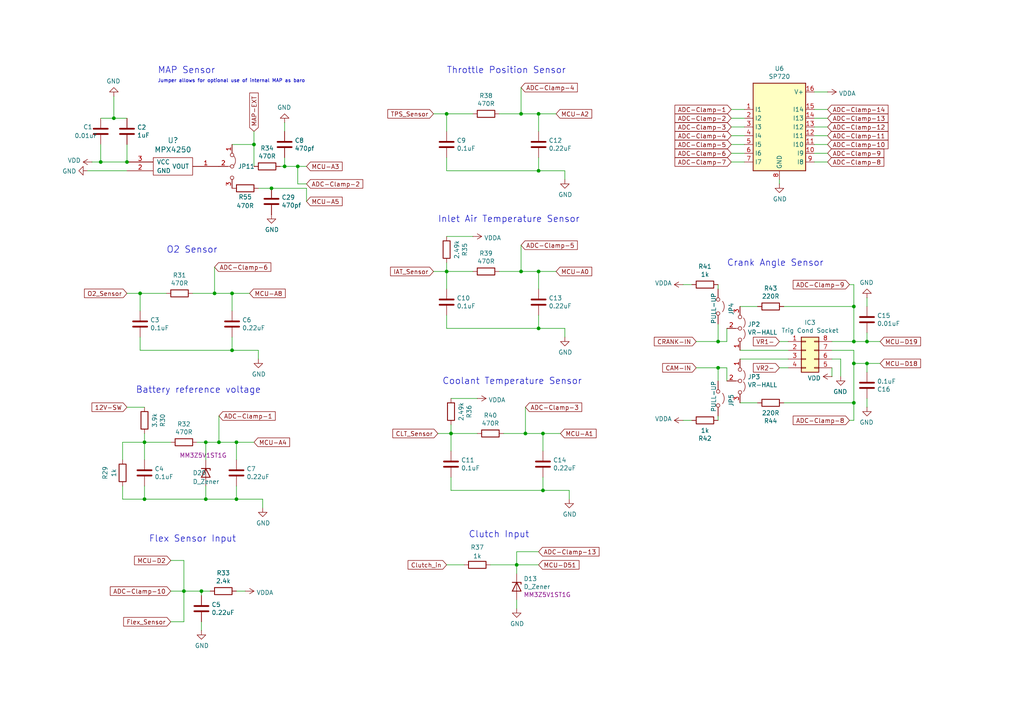
<source format=kicad_sch>
(kicad_sch (version 20250114) (generator "eeschema") (generator_version "9.0")
  (paper "A4")
  (title_block (title "0.4") (date "2021-03-27") (rev "4d") (company "Speeduino"))
  (lib_symbols
    (symbol "Connector_Generic:Conn_02x04_Counter_Clockwise" (pin_names (offset 1.016) (hide yes))
      (property "Reference" "J" (at 1.27 5.08 0))
      (property "Value" "Conn_02x04_Counter_Clockwise" (at 1.27 -7.62 0))
      (symbol "Conn_02x04_Counter_Clockwise_1_1"
        (rectangle (start -1.27 3.81) (end 3.81 -6.35) (stroke (width 0.254)) (fill (type background)))
        (rectangle (start -1.27 2.667) (end 0 2.413) (stroke (width 0.1524)))
        (rectangle (start -1.27 0.127) (end 0 -0.127) (stroke (width 0.1524)))
        (rectangle (start -1.27 -2.413) (end 0 -2.667) (stroke (width 0.1524)))
        (rectangle (start -1.27 -4.953) (end 0 -5.207) (stroke (width 0.1524)))
        (rectangle (start 3.81 2.667) (end 2.54 2.413) (stroke (width 0.1524)))
        (rectangle (start 3.81 0.127) (end 2.54 -0.127) (stroke (width 0.1524)))
        (rectangle (start 3.81 -2.413) (end 2.54 -2.667) (stroke (width 0.1524)))
        (rectangle (start 3.81 -4.953) (end 2.54 -5.207) (stroke (width 0.1524)))
        (pin passive line (at -5.08 2.54 0) (length 3.81) (name "Pin_1") (number "1"))
        (pin passive line (at -5.08 0 0) (length 3.81) (name "Pin_2") (number "2"))
        (pin passive line (at -5.08 -2.54 0) (length 3.81) (name "Pin_3") (number "3"))
        (pin passive line (at -5.08 -5.08 0) (length 3.81) (name "Pin_4") (number "4"))
        (pin passive line (at 7.62 2.54 180) (length 3.81) (name "Pin_8") (number "8"))
        (pin passive line (at 7.62 0 180) (length 3.81) (name "Pin_7") (number "7"))
        (pin passive line (at 7.62 -2.54 180) (length 3.81) (name "Pin_6") (number "6"))
        (pin passive line (at 7.62 -5.08 180) (length 3.81) (name "Pin_5") (number "5"))
      )
    )
    (symbol "Device:C" (pin_numbers (hide yes)) (pin_names (offset 0.254))
      (property "Reference" "C" (at 0.635 2.54 0))
      (property "Value" "C" (at 0.635 -2.54 0))
      (symbol "C_0_1"
        (polyline (pts (xy -2.032 0.762) (xy 2.032 0.762)) (stroke (width 0.508)))
        (polyline (pts (xy -2.032 -0.762) (xy 2.032 -0.762)) (stroke (width 0.508)))
      )
      (symbol "C_1_1"
        (pin passive line (at 0 3.81 270) (length 2.794) (name "~") (number "1"))
        (pin passive line (at 0 -3.81 90) (length 2.794) (name "~") (number "2"))
      )
    )
    (symbol "Device:D_Zener" (pin_numbers (hide yes)) (pin_names (offset 1.016) (hide yes))
      (property "Reference" "D" (at 0 2.54 0))
      (property "Value" "D_Zener" (at 0 -2.54 0))
      (symbol "D_Zener_0_1"
        (polyline (pts (xy -1.27 -1.27) (xy -1.27 1.27) (xy -0.762 1.27)) (stroke (width 0.254)))
        (polyline (pts (xy 1.27 0) (xy -1.27 0)))
        (polyline (pts (xy 1.27 -1.27) (xy 1.27 1.27) (xy -1.27 0) (xy 1.27 -1.27)) (stroke (width 0.254)))
      )
      (symbol "D_Zener_1_1"
        (pin passive line (at -3.81 0 0) (length 2.54) (name "K") (number "1"))
        (pin passive line (at 3.81 0 180) (length 2.54) (name "A") (number "2"))
      )
    )
    (symbol "Device:R" (pin_numbers (hide yes)) (pin_names (offset 0))
      (property "Reference" "R" (at 2.032 0 90))
      (property "Value" "R" (at 0 0 90))
      (symbol "R_0_1"
        (rectangle (start -1.016 -2.54) (end 1.016 2.54) (stroke (width 0.254)))
      )
      (symbol "R_1_1"
        (pin passive line (at 0 3.81 270) (length 1.27) (name "~") (number "1"))
        (pin passive line (at 0 -3.81 90) (length 1.27) (name "~") (number "2"))
      )
    )
    (symbol "IC_Automotive:SP720"
      (property "Reference" "U" (at 0 15.875 0))
      (property "Value" "SP720" (at 0 13.97 0))
      (symbol "SP720_0_1"
        (rectangle (start -7.62 -12.7) (end 7.62 12.7) (stroke (width 0.254)) (fill (type background)))
      )
      (symbol "SP720_1_1"
        (pin input line (at -10.16 5.08 0) (length 2.54) (name "I1") (number "1"))
        (pin input line (at -10.16 2.54 0) (length 2.54) (name "I2") (number "2"))
        (pin input line (at -10.16 0 0) (length 2.54) (name "I3") (number "3"))
        (pin input line (at -10.16 -2.54 0) (length 2.54) (name "I4") (number "4"))
        (pin input line (at -10.16 -5.08 0) (length 2.54) (name "I5") (number "5"))
        (pin input line (at -10.16 -7.62 0) (length 2.54) (name "I6") (number "6"))
        (pin input line (at -10.16 -10.16 0) (length 2.54) (name "I7") (number "7"))
        (pin power_in line (at 0 -15.24 90) (length 2.54) (name "GND") (number "8"))
        (pin power_in line (at 10.16 10.16 180) (length 2.54) (name "V+") (number "16"))
        (pin input line (at 10.16 5.08 180) (length 2.54) (name "I14") (number "15"))
        (pin open_collector line (at 10.16 2.54 180) (length 2.54) (name "I13") (number "14"))
        (pin input line (at 10.16 0 180) (length 2.54) (name "I12") (number "13"))
        (pin input line (at 10.16 -2.54 180) (length 2.54) (name "I11") (number "12"))
        (pin input line (at 10.16 -5.08 180) (length 2.54) (name "I10") (number "11"))
        (pin input line (at 10.16 -7.62 180) (length 2.54) (name "I9") (number "10"))
        (pin input line (at 10.16 -10.16 180) (length 2.54) (name "I8") (number "9"))
      )
    )
    (symbol "Jumper:Jumper_2_Open" (pin_numbers (hide yes)) (pin_names (offset 0) (hide yes)) (exclude_from_sim yes)
      (property "Reference" "JP" (at 0 2.794 0))
      (property "Value" "Jumper_2_Open" (at 0 -2.286 0))
      (symbol "Jumper_2_Open_0_0"
        (circle (center -2.032 0) (radius 0.508))
        (circle (center 2.032 0) (radius 0.508))
      )
      (symbol "Jumper_2_Open_0_1"
        (arc (start -1.524 1.27) (mid 0 1.778) (end 1.524 1.27))
      )
      (symbol "Jumper_2_Open_1_1"
        (pin passive line (at -5.08 0 0) (length 2.54) (name "A") (number "1"))
        (pin passive line (at 5.08 0 180) (length 2.54) (name "B") (number "2"))
      )
    )
    (symbol "Jumper:Jumper_3_Bridged12" (pin_names (offset 0) (hide yes)) (exclude_from_sim yes) (in_bom no)
      (property "Reference" "JP" (at -2.54 -2.54 0))
      (property "Value" "Jumper_3_Bridged12" (at 0 2.794 0))
      (symbol "Jumper_3_Bridged12_0_0"
        (circle (center -3.302 0) (radius 0.508))
        (circle (center 0 0) (radius 0.508))
        (circle (center 3.302 0) (radius 0.508))
      )
      (symbol "Jumper_3_Bridged12_0_1"
        (arc (start -3.048 0.508) (mid -1.651 0.9912) (end -0.254 0.508))
        (polyline (pts (xy 0 -1.27) (xy 0 -0.508)))
      )
      (symbol "Jumper_3_Bridged12_1_1"
        (pin passive line (at -6.35 0 0) (length 2.54) (name "A") (number "1"))
        (pin passive line (at 0 -3.81 90) (length 2.54) (name "C") (number "2"))
        (pin passive line (at 6.35 0 180) (length 2.54) (name "B") (number "3"))
      )
    )
    (symbol "Jumper:Jumper_3_Open" (pin_names (offset 0) (hide yes)) (exclude_from_sim yes) (in_bom no)
      (property "Reference" "JP" (at -2.54 -2.54 0))
      (property "Value" "Jumper_3_Open" (at 0 2.794 0))
      (symbol "Jumper_3_Open_0_0"
        (circle (center -3.302 0) (radius 0.508))
        (circle (center 0 0) (radius 0.508))
        (circle (center 3.302 0) (radius 0.508))
      )
      (symbol "Jumper_3_Open_0_1"
        (arc (start -3.048 1.016) (mid -1.651 1.4992) (end -0.254 1.016))
        (polyline (pts (xy 0 -0.508) (xy 0 -1.27)))
        (arc (start 0.254 1.016) (mid 1.651 1.4992) (end 3.048 1.016))
      )
      (symbol "Jumper_3_Open_1_1"
        (pin passive line (at -6.35 0 0) (length 2.54) (name "A") (number "1"))
        (pin passive line (at 0 -3.81 90) (length 2.54) (name "C") (number "2"))
        (pin passive line (at 6.35 0 180) (length 2.54) (name "B") (number "3"))
      )
    )
    (symbol "Misc:MPX4250" (pin_names (offset 1.016))
      (property "Reference" "U" (at 3.81 -3.81 0))
      (property "Value" "MPX4250" (at -1.27 3.81 0))
      (symbol "MPX4250_0_1"
        (rectangle (start -6.35 2.54) (end 5.08 -2.54))
      )
      (symbol "MPX4250_1_1"
        (pin power_in line (at -13.97 1.27 0) (length 7.62) (name "VCC") (number "3"))
        (pin power_in line (at -13.97 -1.27 0) (length 7.62) (name "GND") (number "2"))
        (pin output line (at 12.7 0 180) (length 7.62) (name "VOUT") (number "1"))
      )
    )
    (symbol "power:GND" (power) (pin_numbers (hide yes)) (pin_names (offset 0) (hide yes))
      (property "Value" "GND" (at 0 -3.81 0))
      (symbol "GND_0_1"
        (polyline (pts (xy 0 0) (xy 0 -1.27) (xy 1.27 -1.27) (xy 0 -2.54) (xy -1.27 -1.27) (xy 0 -1.27)))
      )
      (symbol "GND_1_1"
        (pin power_in line (at 0 0 270) (length 0) (name "~") (number "1"))
      )
    )
    (symbol "power:VDD" (power) (pin_numbers (hide yes)) (pin_names (offset 0) (hide yes))
      (property "Value" "VDD" (at 0 3.556 0))
      (symbol "VDD_0_1"
        (polyline (pts (xy -0.762 1.27) (xy 0 2.54)))
        (polyline (pts (xy 0 2.54) (xy 0.762 1.27)))
        (polyline (pts (xy 0 0) (xy 0 2.54)))
      )
      (symbol "VDD_1_1"
        (pin power_in line (at 0 0 90) (length 0) (name "~") (number "1"))
      )
    )
    (symbol "power:VDDA" (power) (pin_numbers (hide yes)) (pin_names (offset 0) (hide yes))
      (property "Value" "VDDA" (at 0 3.556 0))
      (symbol "VDDA_0_1"
        (polyline (pts (xy -0.762 1.27) (xy 0 2.54)))
        (polyline (pts (xy 0 2.54) (xy 0.762 1.27)))
        (polyline (pts (xy 0 0) (xy 0 2.54)))
      )
      (symbol "VDDA_1_1"
        (pin power_in line (at 0 0 90) (length 0) (name "~") (number "1"))
      )
    )
  )
  (text "Jumper allows for optional use of internal MAP as baro" (at 45.72 24.13 0) (effects (font (size 0.9906 0.9906)) (justify left bottom)))
  (text "Crank Angle Sensor" (at 210.82 77.47 0) (effects (font (size 1.8796 1.8796)) (justify left bottom)))
  (text "Battery reference voltage" (at 39.37 114.3 0) (effects (font (size 1.8796 1.8796)) (justify left bottom)))
  (text "O2 Sensor" (at 48.26 73.66 0) (effects (font (size 1.8796 1.8796)) (justify left bottom)))
  (text "Inlet Air Temperature Sensor" (at 127 64.77 0) (effects (font (size 1.8796 1.8796)) (justify left bottom)))
  (text "Throttle Position Sensor" (at 129.54 21.59 0) (effects (font (size 1.8796 1.8796)) (justify left bottom)))
  (text "Flex Sensor Input" (at 43.18 157.48 0) (effects (font (size 1.8796 1.8796)) (justify left bottom)))
  (text "Clutch Input" (at 135.89 156.21 0) (effects (font (size 1.8796 1.8796)) (justify left bottom)))
  (text "MAP Sensor" (at 45.72 21.59 0) (effects (font (size 1.8796 1.8796)) (justify left bottom)))
  (text "Coolant Temperature Sensor" (at 128.27 111.76 0) (effects (font (size 1.8796 1.8796)) (justify left bottom)))
  (junction (at 129.54 78.74))
  (junction (at 62.23 85.09))
  (junction (at 67.31 101.6))
  (junction (at 149.86 163.83))
  (junction (at 68.58 144.78))
  (junction (at 53.34 171.45))
  (junction (at 151.13 33.02))
  (junction (at 208.28 106.68))
  (junction (at 82.55 48.26))
  (junction (at 156.21 78.74))
  (junction (at 36.83 46.99))
  (junction (at 73.66 41.91))
  (junction (at 129.54 33.02))
  (junction (at 33.02 34.29))
  (junction (at 247.65 88.9))
  (junction (at 247.65 116.84))
  (junction (at 247.65 105.41))
  (junction (at 68.58 128.27))
  (junction (at 67.31 85.09))
  (junction (at 157.48 125.73))
  (junction (at 156.21 49.53))
  (junction (at 41.91 144.78))
  (junction (at 251.46 99.06))
  (junction (at 130.81 125.73))
  (junction (at 247.65 99.06))
  (junction (at 208.28 99.06))
  (junction (at 40.64 85.09))
  (junction (at 41.91 128.27))
  (junction (at 86.36 48.26))
  (junction (at 59.69 128.27))
  (junction (at 151.13 78.74))
  (junction (at 152.4 125.73))
  (junction (at 78.74 54.61))
  (junction (at 251.46 105.41))
  (junction (at 58.42 171.45))
  (junction (at 63.5 128.27))
  (junction (at 29.21 46.99))
  (junction (at 157.48 142.24))
  (junction (at 156.21 95.25))
  (junction (at 59.69 144.78))
  (junction (at 156.21 33.02))
  (wire (pts (xy 149.86 160.02) (xy 149.86 163.83)))
  (wire (pts (xy 67.31 41.91) (xy 73.66 41.91)))
  (wire (pts (xy 41.91 133.35) (xy 41.91 128.27)))
  (wire (pts (xy 251.46 105.41) (xy 251.46 107.95)))
  (wire (pts (xy 74.93 101.6) (xy 74.93 104.14)))
  (wire (pts (xy 152.4 125.73) (xy 157.48 125.73)))
  (wire (pts (xy 156.21 160.02) (xy 149.86 160.02)))
  (wire (pts (xy 165.1 142.24) (xy 165.1 144.78)))
  (wire (pts (xy 152.4 118.11) (xy 152.4 125.73)))
  (wire (pts (xy 212.09 46.99) (xy 215.9 46.99)))
  (wire (pts (xy 246.38 121.92) (xy 247.65 121.92)))
  (wire (pts (xy 35.56 140.97) (xy 35.56 144.78)))
  (wire (pts (xy 146.05 125.73) (xy 152.4 125.73)))
  (wire (pts (xy 29.21 46.99) (xy 36.83 46.99)))
  (wire (pts (xy 255.27 105.41) (xy 251.46 105.41)))
  (wire (pts (xy 63.5 128.27) (xy 68.58 128.27)))
  (wire (pts (xy 68.58 128.27) (xy 68.58 133.35)))
  (wire (pts (xy 67.31 85.09) (xy 67.31 90.17)))
  (wire (pts (xy 35.56 128.27) (xy 41.91 128.27)))
  (wire (pts (xy 144.78 33.02) (xy 151.13 33.02)))
  (wire (pts (xy 251.46 86.36) (xy 251.46 88.9)))
  (wire (pts (xy 247.65 121.92) (xy 247.65 116.84)))
  (wire (pts (xy 33.02 34.29) (xy 33.02 27.94)))
  (wire (pts (xy 63.5 120.65) (xy 63.5 128.27)))
  (wire (pts (xy 236.22 34.29) (xy 240.03 34.29)))
  (wire (pts (xy 198.12 121.92) (xy 200.66 121.92)))
  (wire (pts (xy 88.9 54.61) (xy 78.74 54.61)))
  (wire (pts (xy 58.42 182.88) (xy 58.42 180.34)))
  (wire (pts (xy 81.28 48.26) (xy 82.55 48.26)))
  (wire (pts (xy 35.56 133.35) (xy 35.56 128.27)))
  (wire (pts (xy 251.46 118.11) (xy 251.46 115.57)))
  (wire (pts (xy 129.54 76.2) (xy 129.54 78.74)))
  (wire (pts (xy 41.91 128.27) (xy 49.53 128.27)))
  (wire (pts (xy 130.81 125.73) (xy 138.43 125.73)))
  (wire (pts (xy 86.36 48.26) (xy 88.9 48.26)))
  (wire (pts (xy 49.53 180.34) (xy 53.34 180.34)))
  (wire (pts (xy 247.65 99.06) (xy 251.46 99.06)))
  (wire (pts (xy 53.34 171.45) (xy 49.53 171.45)))
  (wire (pts (xy 151.13 71.12) (xy 151.13 78.74)))
  (wire (pts (xy 247.65 88.9) (xy 247.65 99.06)))
  (wire (pts (xy 247.65 82.55) (xy 247.65 88.9)))
  (wire (pts (xy 144.78 78.74) (xy 151.13 78.74)))
  (wire (pts (xy 215.9 39.37) (xy 212.09 39.37)))
  (wire (pts (xy 129.54 49.53) (xy 156.21 49.53)))
  (wire (pts (xy 236.22 39.37) (xy 240.03 39.37)))
  (wire (pts (xy 58.42 172.72) (xy 58.42 171.45)))
  (wire (pts (xy 62.23 85.09) (xy 67.31 85.09)))
  (wire (pts (xy 251.46 99.06) (xy 251.46 96.52)))
  (wire (pts (xy 129.54 163.83) (xy 134.62 163.83)))
  (wire (pts (xy 129.54 33.02) (xy 137.16 33.02)))
  (wire (pts (xy 210.82 99.06) (xy 210.82 95.25)))
  (wire (pts (xy 59.69 128.27) (xy 63.5 128.27)))
  (wire (pts (xy 156.21 49.53) (xy 163.83 49.53)))
  (wire (pts (xy 240.03 36.83) (xy 236.22 36.83)))
  (wire (pts (xy 60.96 171.45) (xy 58.42 171.45)))
  (wire (pts (xy 247.65 101.6) (xy 241.3 101.6)))
  (wire (pts (xy 40.64 90.17) (xy 40.64 85.09)))
  (wire (pts (xy 59.69 133.35) (xy 59.69 128.27)))
  (wire (pts (xy 74.93 54.61) (xy 78.74 54.61)))
  (wire (pts (xy 210.82 106.68) (xy 210.82 110.49)))
  (wire (pts (xy 247.65 105.41) (xy 251.46 105.41)))
  (wire (pts (xy 212.09 31.75) (xy 215.9 31.75)))
  (wire (pts (xy 49.53 162.56) (xy 53.34 162.56)))
  (wire (pts (xy 208.28 120.65) (xy 208.28 121.92)))
  (wire (pts (xy 129.54 45.72) (xy 129.54 49.53)))
  (wire (pts (xy 236.22 44.45) (xy 240.03 44.45)))
  (wire (pts (xy 36.83 46.99) (xy 36.83 41.91)))
  (wire (pts (xy 214.63 104.14) (xy 228.6 104.14)))
  (wire (pts (xy 129.54 38.1) (xy 129.54 33.02)))
  (wire (pts (xy 29.21 34.29) (xy 33.02 34.29)))
  (wire (pts (xy 82.55 48.26) (xy 82.55 45.72)))
  (wire (pts (xy 240.03 46.99) (xy 236.22 46.99)))
  (wire (pts (xy 208.28 99.06) (xy 210.82 99.06)))
  (wire (pts (xy 163.83 95.25) (xy 163.83 97.79)))
  (wire (pts (xy 73.66 38.1) (xy 73.66 41.91)))
  (wire (pts (xy 130.81 138.43) (xy 130.81 142.24)))
  (wire (pts (xy 127 125.73) (xy 130.81 125.73)))
  (wire (pts (xy 67.31 97.79) (xy 67.31 101.6)))
  (wire (pts (xy 243.84 104.14) (xy 243.84 109.22)))
  (wire (pts (xy 137.16 68.58) (xy 129.54 68.58)))
  (wire (pts (xy 215.9 44.45) (xy 212.09 44.45)))
  (wire (pts (xy 201.93 106.68) (xy 208.28 106.68)))
  (wire (pts (xy 129.54 78.74) (xy 137.16 78.74)))
  (wire (pts (xy 208.28 110.49) (xy 208.28 106.68)))
  (wire (pts (xy 240.03 26.67) (xy 236.22 26.67)))
  (wire (pts (xy 247.65 116.84) (xy 247.65 105.41)))
  (wire (pts (xy 156.21 78.74) (xy 156.21 83.82)))
  (wire (pts (xy 25.4 49.53) (xy 36.83 49.53)))
  (wire (pts (xy 156.21 33.02) (xy 156.21 38.1)))
  (wire (pts (xy 130.81 142.24) (xy 157.48 142.24)))
  (wire (pts (xy 241.3 99.06) (xy 247.65 99.06)))
  (wire (pts (xy 58.42 171.45) (xy 53.34 171.45)))
  (wire (pts (xy 86.36 53.34) (xy 86.36 48.26)))
  (wire (pts (xy 33.02 34.29) (xy 36.83 34.29)))
  (wire (pts (xy 82.55 48.26) (xy 86.36 48.26)))
  (wire (pts (xy 161.29 78.74) (xy 156.21 78.74)))
  (wire (pts (xy 130.81 130.81) (xy 130.81 125.73)))
  (wire (pts (xy 41.91 125.73) (xy 41.91 128.27)))
  (wire (pts (xy 157.48 125.73) (xy 157.48 130.81)))
  (wire (pts (xy 35.56 144.78) (xy 41.91 144.78)))
  (wire (pts (xy 241.3 106.68) (xy 241.3 109.22)))
  (wire (pts (xy 129.54 95.25) (xy 156.21 95.25)))
  (wire (pts (xy 40.64 97.79) (xy 40.64 101.6)))
  (wire (pts (xy 41.91 144.78) (xy 59.69 144.78)))
  (wire (pts (xy 156.21 91.44) (xy 156.21 95.25)))
  (wire (pts (xy 59.69 140.97) (xy 59.69 144.78)))
  (wire (pts (xy 226.06 99.06) (xy 228.6 99.06)))
  (wire (pts (xy 226.06 106.68) (xy 228.6 106.68)))
  (wire (pts (xy 151.13 78.74) (xy 156.21 78.74)))
  (wire (pts (xy 138.43 115.57) (xy 130.81 115.57)))
  (wire (pts (xy 130.81 123.19) (xy 130.81 125.73)))
  (wire (pts (xy 214.63 88.9) (xy 219.71 88.9)))
  (wire (pts (xy 219.71 116.84) (xy 214.63 116.84)))
  (wire (pts (xy 40.64 85.09) (xy 48.26 85.09)))
  (wire (pts (xy 226.06 53.34) (xy 226.06 52.07)))
  (wire (pts (xy 246.38 82.55) (xy 247.65 82.55)))
  (wire (pts (xy 156.21 45.72) (xy 156.21 49.53)))
  (wire (pts (xy 125.73 78.74) (xy 129.54 78.74)))
  (wire (pts (xy 88.9 53.34) (xy 86.36 53.34)))
  (wire (pts (xy 82.55 38.1) (xy 82.55 35.56)))
  (wire (pts (xy 212.09 41.91) (xy 215.9 41.91)))
  (wire (pts (xy 36.83 85.09) (xy 40.64 85.09)))
  (wire (pts (xy 72.39 85.09) (xy 67.31 85.09)))
  (wire (pts (xy 73.66 41.91) (xy 73.66 48.26)))
  (wire (pts (xy 214.63 101.6) (xy 228.6 101.6)))
  (wire (pts (xy 53.34 162.56) (xy 53.34 171.45)))
  (wire (pts (xy 208.28 93.98) (xy 208.28 99.06)))
  (wire (pts (xy 53.34 180.34) (xy 53.34 171.45)))
  (wire (pts (xy 41.91 140.97) (xy 41.91 144.78)))
  (wire (pts (xy 157.48 138.43) (xy 157.48 142.24)))
  (wire (pts (xy 62.23 77.47) (xy 62.23 85.09)))
  (wire (pts (xy 73.66 128.27) (xy 68.58 128.27)))
  (wire (pts (xy 67.31 101.6) (xy 74.93 101.6)))
  (wire (pts (xy 163.83 49.53) (xy 163.83 52.07)))
  (wire (pts (xy 151.13 33.02) (xy 156.21 33.02)))
  (wire (pts (xy 241.3 104.14) (xy 243.84 104.14)))
  (wire (pts (xy 227.33 88.9) (xy 247.65 88.9)))
  (wire (pts (xy 161.29 33.02) (xy 156.21 33.02)))
  (wire (pts (xy 29.21 46.99) (xy 29.21 41.91)))
  (wire (pts (xy 55.88 85.09) (xy 62.23 85.09)))
  (wire (pts (xy 57.15 128.27) (xy 59.69 128.27)))
  (wire (pts (xy 149.86 176.53) (xy 149.86 173.99)))
  (wire (pts (xy 149.86 166.37) (xy 149.86 163.83)))
  (wire (pts (xy 247.65 105.41) (xy 247.65 101.6)))
  (wire (pts (xy 36.83 118.11) (xy 41.91 118.11)))
  (wire (pts (xy 149.86 163.83) (xy 156.21 163.83)))
  (wire (pts (xy 208.28 82.55) (xy 208.28 83.82)))
  (wire (pts (xy 59.69 144.78) (xy 68.58 144.78)))
  (wire (pts (xy 76.2 144.78) (xy 76.2 147.32)))
  (wire (pts (xy 208.28 106.68) (xy 210.82 106.68)))
  (wire (pts (xy 68.58 144.78) (xy 76.2 144.78)))
  (wire (pts (xy 40.64 101.6) (xy 67.31 101.6)))
  (wire (pts (xy 215.9 34.29) (xy 212.09 34.29)))
  (wire (pts (xy 162.56 125.73) (xy 157.48 125.73)))
  (wire (pts (xy 142.24 163.83) (xy 149.86 163.83)))
  (wire (pts (xy 151.13 25.4) (xy 151.13 33.02)))
  (wire (pts (xy 240.03 31.75) (xy 236.22 31.75)))
  (wire (pts (xy 198.12 82.55) (xy 200.66 82.55)))
  (wire (pts (xy 68.58 171.45) (xy 71.12 171.45)))
  (wire (pts (xy 68.58 140.97) (xy 68.58 144.78)))
  (wire (pts (xy 201.93 99.06) (xy 208.28 99.06)))
  (wire (pts (xy 88.9 58.42) (xy 88.9 54.61)))
  (wire (pts (xy 227.33 116.84) (xy 247.65 116.84)))
  (wire (pts (xy 156.21 95.25) (xy 163.83 95.25)))
  (wire (pts (xy 129.54 91.44) (xy 129.54 95.25)))
  (wire (pts (xy 157.48 142.24) (xy 165.1 142.24)))
  (wire (pts (xy 240.03 41.91) (xy 236.22 41.91)))
  (wire (pts (xy 255.27 99.06) (xy 251.46 99.06)))
  (wire (pts (xy 125.73 33.02) (xy 129.54 33.02)))
  (wire (pts (xy 26.67 46.99) (xy 29.21 46.99)))
  (wire (pts (xy 129.54 83.82) (xy 129.54 78.74)))
  (wire (pts (xy 212.09 36.83) (xy 215.9 36.83)))
  (global_label "MCU-A8" (shape input) (at 72.39 85.09 0) (property "Intersheetrefs" "${INTERSHEET_REFS}" (effects (hide yes))))
  (global_label "ADC-Clamp-6" (shape input) (at 62.23 77.47 0) (property "Intersheetrefs" "${INTERSHEET_REFS}" (effects (hide yes))))
  (global_label "ADC-Clamp-1" (shape input) (at 212.09 31.75 180) (property "Intersheetrefs" "${INTERSHEET_REFS}" (effects (hide yes))))
  (global_label "Clutch_in" (shape input) (at 129.54 163.83 180) (property "Intersheetrefs" "${INTERSHEET_REFS}" (effects (hide yes))))
  (global_label "ADC-Clamp-10" (shape input) (at 49.53 171.45 180) (property "Intersheetrefs" "${INTERSHEET_REFS}" (effects (hide yes))))
  (global_label "ADC-Clamp-8" (shape input) (at 246.38 121.92 180) (property "Intersheetrefs" "${INTERSHEET_REFS}" (effects (hide yes))))
  (global_label "ADC-Clamp-13" (shape input) (at 240.03 34.29 0) (property "Intersheetrefs" "${INTERSHEET_REFS}" (effects (hide yes))))
  (global_label "MCU-A1" (shape input) (at 162.56 125.73 0) (property "Intersheetrefs" "${INTERSHEET_REFS}" (effects (hide yes))))
  (global_label "MAP-EXT" (shape input) (at 73.66 38.1 90) (property "Intersheetrefs" "${INTERSHEET_REFS}" (effects (hide yes))))
  (global_label "ADC-Clamp-2" (shape input) (at 88.9 53.34 0) (property "Intersheetrefs" "${INTERSHEET_REFS}" (effects (hide yes))))
  (global_label "VR1-" (shape input) (at 226.06 99.06 180) (property "Intersheetrefs" "${INTERSHEET_REFS}" (effects (hide yes))))
  (global_label "ADC-Clamp-3" (shape input) (at 212.09 36.83 180) (property "Intersheetrefs" "${INTERSHEET_REFS}" (effects (hide yes))))
  (global_label "MCU-D51" (shape input) (at 156.21 163.83 0) (property "Intersheetrefs" "${INTERSHEET_REFS}" (effects (hide yes))))
  (global_label "ADC-Clamp-1" (shape input) (at 63.5 120.65 0) (property "Intersheetrefs" "${INTERSHEET_REFS}" (effects (hide yes))))
  (global_label "ADC-Clamp-3" (shape input) (at 152.4 118.11 0) (property "Intersheetrefs" "${INTERSHEET_REFS}" (effects (hide yes))))
  (global_label "Flex_Sensor" (shape input) (at 49.53 180.34 180) (property "Intersheetrefs" "${INTERSHEET_REFS}" (effects (hide yes))))
  (global_label "ADC-Clamp-4" (shape input) (at 212.09 39.37 180) (property "Intersheetrefs" "${INTERSHEET_REFS}" (effects (hide yes))))
  (global_label "MCU-A3" (shape input) (at 88.9 48.26 0) (property "Intersheetrefs" "${INTERSHEET_REFS}" (effects (hide yes))))
  (global_label "TPS_Sensor" (shape input) (at 125.73 33.02 180) (property "Intersheetrefs" "${INTERSHEET_REFS}" (effects (hide yes))))
  (global_label "MCU-D2" (shape input) (at 49.53 162.56 180) (property "Intersheetrefs" "${INTERSHEET_REFS}" (effects (hide yes))))
  (global_label "ADC-Clamp-8" (shape input) (at 240.03 46.99 0) (property "Intersheetrefs" "${INTERSHEET_REFS}" (effects (hide yes))))
  (global_label "IAT_Sensor" (shape input) (at 125.73 78.74 180) (property "Intersheetrefs" "${INTERSHEET_REFS}" (effects (hide yes))))
  (global_label "MCU-A4" (shape input) (at 73.66 128.27 0) (property "Intersheetrefs" "${INTERSHEET_REFS}" (effects (hide yes))))
  (global_label "ADC-Clamp-5" (shape input) (at 212.09 41.91 180) (property "Intersheetrefs" "${INTERSHEET_REFS}" (effects (hide yes))))
  (global_label "MCU-A2" (shape input) (at 161.29 33.02 0) (property "Intersheetrefs" "${INTERSHEET_REFS}" (effects (hide yes))))
  (global_label "MCU-D18" (shape input) (at 255.27 105.41 0) (property "Intersheetrefs" "${INTERSHEET_REFS}" (effects (hide yes))))
  (global_label "ADC-Clamp-7" (shape input) (at 212.09 46.99 180) (property "Intersheetrefs" "${INTERSHEET_REFS}" (effects (hide yes))))
  (global_label "ADC-Clamp-13" (shape input) (at 156.21 160.02 0) (property "Intersheetrefs" "${INTERSHEET_REFS}" (effects (hide yes))))
  (global_label "ADC-Clamp-10" (shape input) (at 240.03 41.91 0) (property "Intersheetrefs" "${INTERSHEET_REFS}" (effects (hide yes))))
  (global_label "ADC-Clamp-14" (shape input) (at 240.03 31.75 0) (property "Intersheetrefs" "${INTERSHEET_REFS}" (effects (hide yes))))
  (global_label "ADC-Clamp-9" (shape input) (at 246.38 82.55 180) (property "Intersheetrefs" "${INTERSHEET_REFS}" (effects (hide yes))))
  (global_label "ADC-Clamp-9" (shape input) (at 240.03 44.45 0) (property "Intersheetrefs" "${INTERSHEET_REFS}" (effects (hide yes))))
  (global_label "MCU-A5" (shape input) (at 88.9 58.42 0) (property "Intersheetrefs" "${INTERSHEET_REFS}" (effects (hide yes))))
  (global_label "MCU-D19" (shape input) (at 255.27 99.06 0) (property "Intersheetrefs" "${INTERSHEET_REFS}" (effects (hide yes))))
  (global_label "O2_Sensor" (shape input) (at 36.83 85.09 180) (property "Intersheetrefs" "${INTERSHEET_REFS}" (effects (hide yes))))
  (global_label "ADC-Clamp-2" (shape input) (at 212.09 34.29 180) (property "Intersheetrefs" "${INTERSHEET_REFS}" (effects (hide yes))))
  (global_label "ADC-Clamp-11" (shape input) (at 240.03 39.37 0) (property "Intersheetrefs" "${INTERSHEET_REFS}" (effects (hide yes))))
  (global_label "CLT_Sensor" (shape input) (at 127 125.73 180) (property "Intersheetrefs" "${INTERSHEET_REFS}" (effects (hide yes))))
  (global_label "VR2-" (shape input) (at 226.06 106.68 180) (property "Intersheetrefs" "${INTERSHEET_REFS}" (effects (hide yes))))
  (global_label "CRANK-IN" (shape input) (at 201.93 99.06 180) (property "Intersheetrefs" "${INTERSHEET_REFS}" (effects (hide yes))))
  (global_label "ADC-Clamp-12" (shape input) (at 240.03 36.83 0) (property "Intersheetrefs" "${INTERSHEET_REFS}" (effects (hide yes))))
  (global_label "ADC-Clamp-6" (shape input) (at 212.09 44.45 180) (property "Intersheetrefs" "${INTERSHEET_REFS}" (effects (hide yes))))
  (global_label "12V-SW" (shape input) (at 36.83 118.11 180) (property "Intersheetrefs" "${INTERSHEET_REFS}" (effects (hide yes))))
  (global_label "ADC-Clamp-5" (shape input) (at 151.13 71.12 0) (property "Intersheetrefs" "${INTERSHEET_REFS}" (effects (hide yes))))
  (global_label "ADC-Clamp-4" (shape input) (at 151.13 25.4 0) (property "Intersheetrefs" "${INTERSHEET_REFS}" (effects (hide yes))))
  (global_label "MCU-A0" (shape input) (at 161.29 78.74 0) (property "Intersheetrefs" "${INTERSHEET_REFS}" (effects (hide yes))))
  (global_label "CAM-IN" (shape input) (at 201.93 106.68 180) (property "Intersheetrefs" "${INTERSHEET_REFS}" (effects (hide yes))))
  (symbol (lib_id "Misc:MPX4250") (at 50.8 48.26 0) (unit 1)
    (property "Reference" "U5" (at 50.165 40.7162 0) (effects (font (size 1.524 1.524))))
    (property "Value" "MPX4250" (at 50.165 43.4086 0) (effects (font (size 1.524 1.524))))
    (property "Footprint" "Misc:MPX4250" (effects (hide yes)))
    (property "Digikey Part Number" "MPX4250AP-ND" (effects (hide yes)))
    (property "Manufacturer_Name" "NXP" (effects (hide yes)))
    (property "Manufacturer_Part_Number" "MPX4250AP" (effects (hide yes)))
    (property "URL" "https://www.digikey.com.au/product-detail/en/nxp-usa-inc/MPX4250AP/MPX4250AP-ND/464053" (effects (hide yes)))
    (instances (project "" (path "" (reference "U?") (unit 1)) (path "" (reference "U5") (unit 1))))
  )
  (symbol (lib_id "power:GND") (at 25.4 49.53 270) (unit 1)
    (property "Reference" "#PWR023" (effects (hide yes)))
    (property "Value" "GND" (at 22.1488 49.657 90) (effects (justify right)))
  )
  (symbol (lib_id "power:GND") (at 82.55 35.56 180) (unit 1)
    (property "Reference" "#PWR029" (effects (hide yes)))
    (property "Value" "GND" (at 82.423 31.1658 0))
  )
  (symbol (lib_id "Device:C") (at 82.55 41.91 0) (unit 1)
    (property "Reference" "C8" (at 85.471 40.7416 0) (effects (justify left)))
    (property "Value" "470pf" (at 85.471 43.053 0) (effects (justify left)))
    (property "Footprint" "Capacitor_SMD:C_0805_2012Metric" (effects (hide yes)))
    (property "Digikey Part Number" "311-1124-1-ND" (effects (hide yes)))
    (property "Manufacturer_Name" "Yageo" (effects (hide yes)))
    (property "Manufacturer_Part_Number" "CC0805KRX7R9BB471" (effects (hide yes)))
    (property "URL" "https://www.digikey.com/product-detail/en/yageo/CC0805KRX7R9BB471/311-1124-1-ND/303034" (effects (hide yes)))
  )
  (symbol (lib_id "Device:R") (at 77.47 48.26 270) (unit 1)
    (property "Reference" "R34" (at 77.47 43.0022 90))
    (property "Value" "470R" (at 77.47 45.3136 90))
    (property "Footprint" "Resistor_SMD:R_0805_2012Metric" (effects (hide yes)))
    (property "Manufacturer_Name" "Panasonic" (effects (hide yes)))
    (property "Manufacturer_Part_Number" "ERJ-6ENF4700V" (effects (hide yes)))
    (property "URL" "https://www.digikey.com/product-detail/en/panasonic-electronic-components/ERJ-6ENF4700V/P470CCT-ND/1746871" (effects (hide yes)))
    (property "Digikey Part Number" "P470CCT-ND" (effects (hide yes)))
  )
  (symbol (lib_id "Device:C") (at 29.21 38.1 0) (unit 1)
    (property "Reference" "C1" (at 24.13 36.83 0) (effects (justify left)))
    (property "Value" "0.01uF" (at 21.59 39.37 0) (effects (justify left)))
    (property "Footprint" "Capacitor_SMD:C_0805_2012Metric" (effects (hide yes)))
    (property "Digikey Part Number" "311-1136-1-ND" (effects (hide yes)))
    (property "Manufacturer_Name" "Yageo" (effects (hide yes)))
    (property "Manufacturer_Part_Number" "CC0805KRX7R9BB103" (effects (hide yes)))
    (property "URL" "https://www.digikey.com/product-detail/en/yageo/CC0805KRX7R9BB103/311-1136-1-ND/303046" (effects (hide yes)))
  )
  (symbol (lib_id "Device:C") (at 36.83 38.1 0) (unit 1)
    (property "Reference" "C2" (at 39.751 36.9316 0) (effects (justify left)))
    (property "Value" "1uF" (at 39.751 39.243 0) (effects (justify left)))
    (property "Footprint" "Capacitor_SMD:C_0805_2012Metric" (effects (hide yes)))
    (property "Digikey Part Number" "311-1365-1-ND" (effects (hide yes)))
    (property "Manufacturer_Name" "Yageo" (effects (hide yes)))
    (property "Manufacturer_Part_Number" "CC0805KKX7R7BB105" (effects (hide yes)))
    (property "URL" "https://www.digikey.com/product-detail/en/yageo/CC0805KKX7R7BB105/311-1365-1-ND/2103149" (effects (hide yes)))
  )
  (symbol (lib_id "power:GND") (at 33.02 27.94 180) (unit 1)
    (property "Reference" "#PWR025" (effects (hide yes)))
    (property "Value" "GND" (at 32.893 23.5458 0))
  )
  (symbol (lib_id "Device:R") (at 223.52 88.9 270) (unit 1)
    (property "Reference" "R43" (at 223.52 83.6422 90))
    (property "Value" "220R" (at 223.52 85.9536 90))
    (property "Footprint" "Resistor_SMD:R_0805_2012Metric" (effects (hide yes)))
    (property "Digikey Part Number" "311-220CRCT-ND" (effects (hide yes)))
    (property "Manufacturer_Name" "Yageo" (effects (hide yes)))
    (property "Manufacturer_Part_Number" "RC0805FR-07220RL" (effects (hide yes)))
    (property "URL" "https://www.digikey.com/product-detail/en/yageo/RC0805FR-07220RL/311-220CRCT-ND/730688" (effects (hide yes)))
  )
  (symbol (lib_id "Device:R") (at 204.47 82.55 270) (unit 1)
    (property "Reference" "R41" (at 204.47 77.2922 90))
    (property "Value" "1k" (at 204.47 79.6036 90))
    (property "Footprint" "Resistor_SMD:R_0805_2012Metric" (effects (hide yes)))
    (property "Digikey Part Number" "311-1.00KCRCT-ND" (effects (hide yes)))
    (property "Manufacturer_Name" "Yageo" (effects (hide yes)))
    (property "Manufacturer_Part_Number" "RC0805FR-071KL" (effects (hide yes)))
    (property "URL" "https://www.digikey.com/product-detail/en/yageo/RC0805FR-071KL/311-1.00KCRCT-ND/730391" (effects (hide yes)))
  )
  (symbol (lib_id "Device:C") (at 251.46 92.71 0) (unit 1)
    (property "Reference" "C15" (at 254.381 91.5416 0) (effects (justify left)))
    (property "Value" "0.01uF" (at 254.381 93.853 0) (effects (justify left)))
    (property "Footprint" "Capacitor_SMD:C_0805_2012Metric" (effects (hide yes)))
    (property "Digikey Part Number" "311-1136-1-ND" (effects (hide yes)))
    (property "Manufacturer_Name" "Yageo" (effects (hide yes)))
    (property "Manufacturer_Part_Number" "CC0805KRX7R9BB103" (effects (hide yes)))
    (property "URL" "https://www.digikey.com/product-detail/en/yageo/CC0805KRX7R9BB103/311-1136-1-ND/303046" (effects (hide yes)))
  )
  (symbol (lib_id "power:GND") (at 251.46 86.36 180) (unit 1)
    (property "Reference" "#PWR040" (effects (hide yes)))
    (property "Value" "GND" (at 251.333 81.9658 0))
  )
  (symbol (lib_id "Device:R") (at 223.52 116.84 270) (mirror x) (unit 1)
    (property "Reference" "R44" (at 223.52 122.0978 90))
    (property "Value" "220R" (at 223.52 119.7864 90))
    (property "Footprint" "Resistor_SMD:R_0805_2012Metric" (effects (hide yes)))
    (property "Digikey Part Number" "311-220CRCT-ND" (effects (hide yes)))
    (property "Manufacturer_Name" "Yageo" (effects (hide yes)))
    (property "Manufacturer_Part_Number" "RC0805FR-07220RL" (effects (hide yes)))
    (property "URL" "https://www.digikey.com/product-detail/en/yageo/RC0805FR-07220RL/311-220CRCT-ND/730688" (effects (hide yes)))
  )
  (symbol (lib_id "Device:R") (at 204.47 121.92 270) (mirror x) (unit 1)
    (property "Reference" "R42" (at 204.47 127.1778 90))
    (property "Value" "1k" (at 204.47 124.8664 90))
    (property "Footprint" "Resistor_SMD:R_0805_2012Metric" (effects (hide yes)))
    (property "Digikey Part Number" "311-1.00KCRCT-ND" (effects (hide yes)))
    (property "Manufacturer_Name" "Yageo" (effects (hide yes)))
    (property "Manufacturer_Part_Number" "RC0805FR-071KL" (effects (hide yes)))
    (property "URL" "https://www.digikey.com/product-detail/en/yageo/RC0805FR-071KL/311-1.00KCRCT-ND/730391" (effects (hide yes)))
  )
  (symbol (lib_id "Device:C") (at 251.46 111.76 0) (mirror x) (unit 1)
    (property "Reference" "C16" (at 254.381 112.9284 0) (effects (justify left)))
    (property "Value" "0.1uF" (at 254.381 110.617 0) (effects (justify left)))
    (property "Footprint" "Capacitor_SMD:C_0805_2012Metric" (effects (hide yes)))
    (property "Digikey Part Number" "311-1140-1-ND" (effects (hide yes)))
    (property "Manufacturer_Name" "Yageo" (effects (hide yes)))
    (property "Manufacturer_Part_Number" "CC0805KRX7R9BB104" (effects (hide yes)))
    (property "URL" "https://www.digikey.com.au/product-detail/en/yageo/CC0805KRX7R9BB104/311-1140-1-ND/303050" (effects (hide yes)))
  )
  (symbol (lib_id "power:GND") (at 251.46 118.11 0) (mirror y) (unit 1)
    (property "Reference" "#PWR041" (effects (hide yes)))
    (property "Value" "GND" (at 251.333 122.5042 0))
  )
  (symbol (lib_id "IC_Automotive:SP720") (at 226.06 36.83 0) (unit 1)
    (property "Reference" "U6" (at 226.06 19.8882 0))
    (property "Value" "SP720" (at 226.06 22.1996 0))
    (property "Footprint" "Package_SO:SOIC-16_3.9x9.9mm_P1.27mm" (effects (hide yes)))
    (property "Datasheet" "https://m.littelfuse.com/~/media/electronics/datasheets/tvs_diode_arrays/littelfuse_tvs_diode_array_sp720_datasheet.pdf.pdf" (effects (hide yes)))
    (property "Description" "High Voltage, High Current Darlington Transistor Arrays, SOIC16W/TSSOP16" (effects (hide yes)))
    (property "Digikey Part Number" "F3162CT-ND" (effects (hide yes)))
    (property "Manufacturer_Name" "Littelfuse" (effects (hide yes)))
    (property "Manufacturer_Part_Number" "SP720ABTG" (effects (hide yes)))
    (property "URL" "https://www.digikey.com/product-detail/en/littelfuse-inc/SP720ABTG/F3162CT-ND/1984458" (effects (hide yes)))
  )
  (symbol (lib_id "power:GND") (at 226.06 53.34 0) (unit 1)
    (property "Reference" "#PWR039" (effects (hide yes)))
    (property "Value" "GND" (at 226.187 57.7342 0))
  )
  (symbol (lib_id "Device:R") (at 52.07 85.09 270) (unit 1)
    (property "Reference" "R31" (at 52.07 79.8322 90))
    (property "Value" "470R" (at 52.07 82.1436 90))
    (property "Footprint" "Resistor_SMD:R_0805_2012Metric" (effects (hide yes)))
    (property "Manufacturer_Name" "Panasonic" (effects (hide yes)))
    (property "Manufacturer_Part_Number" "ERJ-6ENF4700V" (effects (hide yes)))
    (property "URL" "https://www.digikey.com/product-detail/en/panasonic-electronic-components/ERJ-6ENF4700V/P470CCT-ND/1746871" (effects (hide yes)))
    (property "Digikey Part Number" "P470CCT-ND" (effects (hide yes)))
  )
  (symbol (lib_id "Device:C") (at 67.31 93.98 0) (unit 1)
    (property "Reference" "C6" (at 70.231 92.8116 0) (effects (justify left)))
    (property "Value" "0.22uF" (at 70.231 95.123 0) (effects (justify left)))
    (property "Footprint" "Capacitor_SMD:C_0805_2012Metric" (effects (hide yes)))
    (property "Digikey Part Number" "1276-1284-1-ND" (effects (hide yes)))
    (property "Manufacturer_Name" "Samsung" (effects (hide yes)))
    (property "Manufacturer_Part_Number" "CL21B224KOCNNNC" (effects (hide yes)))
    (property "URL" "https://www.digikey.com/product-detail/en/samsung-electro-mechanics-america-inc/CL21B224KOCNNNC/1276-1284-1-ND/3889370" (effects (hide yes)))
  )
  (symbol (lib_id "Device:C") (at 40.64 93.98 0) (unit 1)
    (property "Reference" "C3" (at 43.561 92.8116 0) (effects (justify left)))
    (property "Value" "0.1uF" (at 43.561 95.123 0) (effects (justify left)))
    (property "Footprint" "Capacitor_SMD:C_0805_2012Metric" (effects (hide yes)))
    (property "Digikey Part Number" "311-1140-1-ND" (effects (hide yes)))
    (property "Manufacturer_Name" "Yageo" (effects (hide yes)))
    (property "Manufacturer_Part_Number" "CC0805KRX7R9BB104" (effects (hide yes)))
    (property "URL" "https://www.digikey.com.au/product-detail/en/yageo/CC0805KRX7R9BB104/311-1140-1-ND/303050" (effects (hide yes)))
  )
  (symbol (lib_id "power:GND") (at 74.93 104.14 0) (unit 1)
    (property "Reference" "#PWR028" (effects (hide yes)))
    (property "Value" "GND" (at 75.057 108.5342 0))
  )
  (symbol (lib_id "Device:R") (at 140.97 33.02 270) (unit 1)
    (property "Reference" "R38" (at 140.97 27.7622 90))
    (property "Value" "470R" (at 140.97 30.0736 90))
    (property "Footprint" "Resistor_SMD:R_0805_2012Metric" (effects (hide yes)))
    (property "Manufacturer_Name" "Panasonic" (effects (hide yes)))
    (property "Manufacturer_Part_Number" "ERJ-6ENF4700V" (effects (hide yes)))
    (property "URL" "https://www.digikey.com/product-detail/en/panasonic-electronic-components/ERJ-6ENF4700V/P470CCT-ND/1746871" (effects (hide yes)))
    (property "Digikey Part Number" "P470CCT-ND" (effects (hide yes)))
  )
  (symbol (lib_id "Device:C") (at 156.21 41.91 0) (unit 1)
    (property "Reference" "C12" (at 159.131 40.7416 0) (effects (justify left)))
    (property "Value" "0.22uF" (at 159.131 43.053 0) (effects (justify left)))
    (property "Footprint" "Capacitor_SMD:C_0805_2012Metric" (effects (hide yes)))
    (property "Digikey Part Number" "1276-1284-1-ND" (effects (hide yes)))
    (property "Manufacturer_Name" "Samsung" (effects (hide yes)))
    (property "Manufacturer_Part_Number" "CL21B224KOCNNNC" (effects (hide yes)))
    (property "URL" "https://www.digikey.com/product-detail/en/samsung-electro-mechanics-america-inc/CL21B224KOCNNNC/1276-1284-1-ND/3889370" (effects (hide yes)))
  )
  (symbol (lib_id "Device:C") (at 129.54 41.91 0) (unit 1)
    (property "Reference" "C9" (at 132.461 40.7416 0) (effects (justify left)))
    (property "Value" "0.1uF" (at 132.461 43.053 0) (effects (justify left)))
    (property "Footprint" "Capacitor_SMD:C_0805_2012Metric" (effects (hide yes)))
    (property "Digikey Part Number" "311-1140-1-ND" (effects (hide yes)))
    (property "Manufacturer_Name" "Yageo" (effects (hide yes)))
    (property "Manufacturer_Part_Number" "CC0805KRX7R9BB104" (effects (hide yes)))
    (property "URL" "https://www.digikey.com.au/product-detail/en/yageo/CC0805KRX7R9BB104/311-1140-1-ND/303050" (effects (hide yes)))
  )
  (symbol (lib_id "power:GND") (at 163.83 52.07 0) (unit 1)
    (property "Reference" "#PWR034" (effects (hide yes)))
    (property "Value" "GND" (at 163.957 56.4642 0))
  )
  (symbol (lib_id "Device:R") (at 140.97 78.74 270) (unit 1)
    (property "Reference" "R39" (at 140.97 73.4822 90))
    (property "Value" "470R" (at 140.97 75.7936 90))
    (property "Footprint" "Resistor_SMD:R_0805_2012Metric" (effects (hide yes)))
    (property "Manufacturer_Name" "Panasonic" (effects (hide yes)))
    (property "Manufacturer_Part_Number" "ERJ-6ENF4700V" (effects (hide yes)))
    (property "URL" "https://www.digikey.com/product-detail/en/panasonic-electronic-components/ERJ-6ENF4700V/P470CCT-ND/1746871" (effects (hide yes)))
    (property "Digikey Part Number" "P470CCT-ND" (effects (hide yes)))
  )
  (symbol (lib_id "Device:C") (at 156.21 87.63 0) (unit 1)
    (property "Reference" "C13" (at 159.131 86.4616 0) (effects (justify left)))
    (property "Value" "0.22uF" (at 159.131 88.773 0) (effects (justify left)))
    (property "Footprint" "Capacitor_SMD:C_0805_2012Metric" (effects (hide yes)))
    (property "Digikey Part Number" "1276-1284-1-ND" (effects (hide yes)))
    (property "Manufacturer_Name" "Samsung" (effects (hide yes)))
    (property "Manufacturer_Part_Number" "CL21B224KOCNNNC" (effects (hide yes)))
    (property "URL" "https://www.digikey.com/product-detail/en/samsung-electro-mechanics-america-inc/CL21B224KOCNNNC/1276-1284-1-ND/3889370" (effects (hide yes)))
  )
  (symbol (lib_id "Device:C") (at 129.54 87.63 0) (unit 1)
    (property "Reference" "C10" (at 132.461 86.4616 0) (effects (justify left)))
    (property "Value" "0.1uF" (at 132.461 88.773 0) (effects (justify left)))
    (property "Footprint" "Capacitor_SMD:C_0805_2012Metric" (effects (hide yes)))
    (property "Digikey Part Number" "311-1140-1-ND" (effects (hide yes)))
    (property "Manufacturer_Name" "Yageo" (effects (hide yes)))
    (property "Manufacturer_Part_Number" "CC0805KRX7R9BB104" (effects (hide yes)))
    (property "URL" "https://www.digikey.com.au/product-detail/en/yageo/CC0805KRX7R9BB104/311-1140-1-ND/303050" (effects (hide yes)))
  )
  (symbol (lib_id "power:GND") (at 163.83 97.79 0) (unit 1)
    (property "Reference" "#PWR035" (effects (hide yes)))
    (property "Value" "GND" (at 163.957 102.1842 0))
  )
  (symbol (lib_id "Device:R") (at 129.54 72.39 180) (unit 1)
    (property "Reference" "R35" (at 134.7978 72.39 90))
    (property "Value" "2.49k" (at 132.4864 72.39 90))
    (property "Footprint" "Resistor_SMD:R_0805_2012Metric" (effects (hide yes)))
    (property "Digikey Part Number" "YAG1854CT-ND" (effects (hide yes)))
    (property "Manufacturer_Name" "Yageo" (effects (hide yes)))
    (property "Manufacturer_Part_Number" "RT0805BRD072K49L" (effects (hide yes)))
    (property "URL" "https://www.digikey.com/product-detail/en/yageo/RT0805BRD072K49L/YAG1854CT-ND/5139302" (effects (hide yes)))
  )
  (symbol (lib_id "power:VDDA") (at 137.16 68.58 270) (unit 1)
    (property "Reference" "#PWR031" (effects (hide yes)))
    (property "Value" "VDDA" (at 140.4112 69.0118 90) (effects (justify left)))
  )
  (symbol (lib_id "Device:R") (at 142.24 125.73 270) (unit 1)
    (property "Reference" "R40" (at 142.24 120.4722 90))
    (property "Value" "470R" (at 142.24 122.7836 90))
    (property "Footprint" "Resistor_SMD:R_0805_2012Metric" (effects (hide yes)))
    (property "Manufacturer_Name" "Panasonic" (effects (hide yes)))
    (property "Manufacturer_Part_Number" "ERJ-6ENF4700V" (effects (hide yes)))
    (property "URL" "https://www.digikey.com/product-detail/en/panasonic-electronic-components/ERJ-6ENF4700V/P470CCT-ND/1746871" (effects (hide yes)))
    (property "Digikey Part Number" "P470CCT-ND" (effects (hide yes)))
  )
  (symbol (lib_id "Device:C") (at 157.48 134.62 0) (unit 1)
    (property "Reference" "C14" (at 160.401 133.4516 0) (effects (justify left)))
    (property "Value" "0.22uF" (at 160.401 135.763 0) (effects (justify left)))
    (property "Footprint" "Capacitor_SMD:C_0805_2012Metric" (effects (hide yes)))
    (property "Digikey Part Number" "1276-1284-1-ND" (effects (hide yes)))
    (property "Manufacturer_Name" "Samsung" (effects (hide yes)))
    (property "Manufacturer_Part_Number" "CL21B224KOCNNNC" (effects (hide yes)))
    (property "URL" "https://www.digikey.com/product-detail/en/samsung-electro-mechanics-america-inc/CL21B224KOCNNNC/1276-1284-1-ND/3889370" (effects (hide yes)))
  )
  (symbol (lib_id "Device:C") (at 130.81 134.62 0) (unit 1)
    (property "Reference" "C11" (at 133.731 133.4516 0) (effects (justify left)))
    (property "Value" "0.1uF" (at 133.731 135.763 0) (effects (justify left)))
    (property "Footprint" "Capacitor_SMD:C_0805_2012Metric" (effects (hide yes)))
    (property "Digikey Part Number" "311-1140-1-ND" (effects (hide yes)))
    (property "Manufacturer_Name" "Yageo" (effects (hide yes)))
    (property "Manufacturer_Part_Number" "CC0805KRX7R9BB104" (effects (hide yes)))
    (property "URL" "https://www.digikey.com.au/product-detail/en/yageo/CC0805KRX7R9BB104/311-1140-1-ND/303050" (effects (hide yes)))
  )
  (symbol (lib_id "power:GND") (at 165.1 144.78 0) (unit 1)
    (property "Reference" "#PWR036" (effects (hide yes)))
    (property "Value" "GND" (at 165.227 149.1742 0))
  )
  (symbol (lib_id "Device:R") (at 130.81 119.38 180) (unit 1)
    (property "Reference" "R36" (at 136.0678 119.38 90))
    (property "Value" "2.49k" (at 133.7564 119.38 90))
    (property "Footprint" "Resistor_SMD:R_0805_2012Metric" (effects (hide yes)))
    (property "Digikey Part Number" "YAG1854CT-ND" (effects (hide yes)))
    (property "Manufacturer_Name" "Yageo" (effects (hide yes)))
    (property "Manufacturer_Part_Number" "RT0805BRD072K49L" (effects (hide yes)))
    (property "URL" "https://www.digikey.com/product-detail/en/yageo/RT0805BRD072K49L/YAG1854CT-ND/5139302" (effects (hide yes)))
  )
  (symbol (lib_id "power:VDDA") (at 138.43 115.57 270) (unit 1)
    (property "Reference" "#PWR032" (effects (hide yes)))
    (property "Value" "VDDA" (at 141.6812 116.0018 90) (effects (justify left)))
  )
  (symbol (lib_id "Device:R") (at 53.34 128.27 270) (unit 1)
    (property "Reference" "R32" (at 53.34 123.0122 90))
    (property "Value" "470R" (at 53.34 125.3236 90))
    (property "Footprint" "Resistor_SMD:R_0805_2012Metric" (effects (hide yes)))
    (property "Manufacturer_Name" "Panasonic" (effects (hide yes)))
    (property "Manufacturer_Part_Number" "ERJ-6ENF4700V" (effects (hide yes)))
    (property "URL" "https://www.digikey.com/product-detail/en/panasonic-electronic-components/ERJ-6ENF4700V/P470CCT-ND/1746871" (effects (hide yes)))
    (property "Digikey Part Number" "P470CCT-ND" (effects (hide yes)))
  )
  (symbol (lib_id "Device:C") (at 68.58 137.16 0) (unit 1)
    (property "Reference" "C7" (at 71.501 135.9916 0) (effects (justify left)))
    (property "Value" "0.22uF" (at 71.501 138.303 0) (effects (justify left)))
    (property "Footprint" "Capacitor_SMD:C_0805_2012Metric" (effects (hide yes)))
    (property "Digikey Part Number" "1276-1284-1-ND" (effects (hide yes)))
    (property "Manufacturer_Name" "Samsung" (effects (hide yes)))
    (property "Manufacturer_Part_Number" "CL21B224KOCNNNC" (effects (hide yes)))
    (property "URL" "https://www.digikey.com/product-detail/en/samsung-electro-mechanics-america-inc/CL21B224KOCNNNC/1276-1284-1-ND/3889370" (effects (hide yes)))
  )
  (symbol (lib_id "Device:C") (at 41.91 137.16 0) (unit 1)
    (property "Reference" "C4" (at 44.831 135.9916 0) (effects (justify left)))
    (property "Value" "0.1uF" (at 44.831 138.303 0) (effects (justify left)))
    (property "Footprint" "Capacitor_SMD:C_0805_2012Metric" (effects (hide yes)))
    (property "Digikey Part Number" "311-1140-1-ND" (effects (hide yes)))
    (property "Manufacturer_Name" "Yageo" (effects (hide yes)))
    (property "Manufacturer_Part_Number" "CC0805KRX7R9BB104" (effects (hide yes)))
    (property "URL" "https://www.digikey.com.au/product-detail/en/yageo/CC0805KRX7R9BB104/311-1140-1-ND/303050" (effects (hide yes)))
  )
  (symbol (lib_id "power:GND") (at 76.2 147.32 0) (unit 1)
    (property "Reference" "#PWR030" (effects (hide yes)))
    (property "Value" "GND" (at 76.327 151.7142 0))
  )
  (symbol (lib_id "Device:R") (at 41.91 121.92 180) (unit 1)
    (property "Reference" "R30" (at 47.1678 121.92 90))
    (property "Value" "3.9k" (at 44.8564 121.92 90))
    (property "Footprint" "Resistor_SMD:R_0805_2012Metric" (effects (hide yes)))
    (property "Digikey Part Number" "311-3.90KCRCT-ND" (effects (hide yes)))
    (property "Manufacturer_Name" "Yageo" (effects (hide yes)))
    (property "Manufacturer_Part_Number" "RC0805FR-073K9L" (effects (hide yes)))
    (property "URL" "https://www.digikey.com/product-detail/en/yageo/RC0805FR-073K9L/311-3.90KCRCT-ND/730785" (effects (hide yes)))
  )
  (symbol (lib_id "Device:R") (at 35.56 137.16 180) (unit 1)
    (property "Reference" "R29" (at 30.48 137.16 90))
    (property "Value" "1k" (at 33.02 137.16 90))
    (property "Footprint" "Resistor_SMD:R_0805_2012Metric" (effects (hide yes)))
    (property "Digikey Part Number" "311-1.00KCRCT-ND" (effects (hide yes)))
    (property "Manufacturer_Name" "Yageo" (effects (hide yes)))
    (property "Manufacturer_Part_Number" "RC0805FR-071KL" (effects (hide yes)))
    (property "URL" "https://www.digikey.com/product-detail/en/yageo/RC0805FR-071KL/311-1.00KCRCT-ND/730391" (effects (hide yes)))
  )
  (symbol (lib_id "Device:R") (at 138.43 163.83 90) (unit 1)
    (property "Reference" "R37" (at 138.43 158.75 90))
    (property "Value" "1k" (at 138.43 161.29 90))
    (property "Footprint" "Resistor_SMD:R_0805_2012Metric" (effects (hide yes)))
    (property "Digikey Part Number" "311-1.00KCRCT-ND" (effects (hide yes)))
    (property "Manufacturer_Name" "Yageo" (effects (hide yes)))
    (property "Manufacturer_Part_Number" "RC0805FR-071KL" (effects (hide yes)))
    (property "URL" "https://www.digikey.com/product-detail/en/yageo/RC0805FR-071KL/311-1.00KCRCT-ND/730391" (effects (hide yes)))
  )
  (symbol (lib_id "Device:D_Zener") (at 149.86 170.18 270) (unit 1)
    (property "Reference" "D13" (at 151.8666 167.8686 90) (effects (justify left)))
    (property "Value" "D_Zener" (at 151.8666 170.18 90) (effects (justify left)))
    (property "Footprint" "Diode_SMD:D_SOD-323" (effects (hide yes)))
    (property "Part #" "MM3Z5V1ST1G" (at 151.8666 172.4914 90) (effects (justify left)))
    (property "Digikey Part Number" "MM3Z5V1ST1GOSCT-ND" (effects (hide yes)))
    (property "Manufacturer_Name" "On Semi" (effects (hide yes)))
    (property "Manufacturer_Part_Number" "MM3Z5V1ST1G" (effects (hide yes)))
    (property "URL" "https://www.digikey.com/product-detail/en/on-semiconductor/MM3Z5V1ST1G/MM3Z5V1ST1GOSCT-ND/964547" (effects (hide yes)))
  )
  (symbol (lib_id "power:GND") (at 149.86 176.53 0) (unit 1)
    (property "Reference" "#PWR033" (effects (hide yes)))
    (property "Value" "GND" (at 149.987 180.9242 0))
  )
  (symbol (lib_id "Device:R") (at 64.77 171.45 270) (unit 1)
    (property "Reference" "R33" (at 64.77 166.1922 90))
    (property "Value" "2.4k" (at 64.77 168.5036 90))
    (property "Footprint" "Resistor_SMD:R_0805_2012Metric" (effects (hide yes)))
    (property "Digikey Part Number" "311-2.40KCRCT-ND" (effects (hide yes)))
    (property "Manufacturer_Name" "Yageo" (effects (hide yes)))
    (property "Manufacturer_Part_Number" "RC0805FR-072K4L" (effects (hide yes)))
    (property "URL" "https://www.digikey.com/product-detail/en/yageo/RC0805FR-072K4L/311-2.40KCRCT-ND/730637" (effects (hide yes)))
  )
  (symbol (lib_id "Device:C") (at 58.42 176.53 0) (unit 1)
    (property "Reference" "C5" (at 61.341 175.3616 0) (effects (justify left)))
    (property "Value" "0.22uF" (at 61.341 177.673 0) (effects (justify left)))
    (property "Footprint" "Capacitor_SMD:C_0805_2012Metric" (effects (hide yes)))
    (property "Digikey Part Number" "1276-1284-1-ND" (effects (hide yes)))
    (property "Manufacturer_Name" "Samsung" (effects (hide yes)))
    (property "Manufacturer_Part_Number" "CL21B224KOCNNNC" (effects (hide yes)))
    (property "URL" "https://www.digikey.com/product-detail/en/samsung-electro-mechanics-america-inc/CL21B224KOCNNNC/1276-1284-1-ND/3889370" (effects (hide yes)))
  )
  (symbol (lib_id "power:GND") (at 58.42 182.88 0) (unit 1)
    (property "Reference" "#PWR026" (effects (hide yes)))
    (property "Value" "GND" (at 58.547 187.2742 0))
  )
  (symbol (lib_id "Jumper:Jumper_2_Open") (at 208.28 115.57 270) (unit 1)
    (property "Reference" "JP5" (at 212.09 114.3 0) (effects (justify left)))
    (property "Value" "PULL-UP" (at 207.01 110.49 0) (effects (justify left)))
    (property "Footprint" "Connector_PinHeader_2.54mm:PinHeader_1x02_P2.54mm_Vertical" (effects (hide yes)))
    (property "Digikey Part Number" "952-2261-ND " (effects (hide yes)))
    (property "Manufacturer_Name" "Harwin Inc" (effects (hide yes)))
    (property "Manufacturer_Part_Number" "M20-9990245 " (effects (hide yes)))
    (property "URL" "https://www.digikey.com.au/products/en?keywords=M20-9990245" (effects (hide yes)))
  )
  (symbol (lib_id "Jumper:Jumper_2_Open") (at 208.28 88.9 270) (mirror x) (unit 1)
    (property "Reference" "JP4" (at 212.09 91.44 0) (effects (justify left)))
    (property "Value" "PULL-UP" (at 207.01 93.98 0) (effects (justify left)))
    (property "Footprint" "Connector_PinHeader_2.54mm:PinHeader_1x02_P2.54mm_Vertical" (effects (hide yes)))
    (property "Digikey Part Number" "952-2261-ND " (effects (hide yes)))
    (property "Manufacturer_Name" "Harwin Inc" (effects (hide yes)))
    (property "Manufacturer_Part_Number" "M20-9990245 " (effects (hide yes)))
    (property "URL" "https://www.digikey.com.au/products/en?keywords=M20-9990245" (effects (hide yes)))
  )
  (symbol (lib_id "Connector_Generic:Conn_02x04_Counter_Clockwise") (at 233.68 101.6 0) (unit 1)
    (property "Reference" "IC3" (at 234.95 93.5482 0))
    (property "Value" "Trig Cond Socket" (at 234.95 95.8596 0))
    (property "Footprint" "Package_DIP:DIP-8_W7.62mm_Socket" (effects (hide yes)))
  )
  (symbol (lib_id "power:VDD") (at 241.3 109.22 90) (mirror x) (unit 1)
    (property "Reference" "#PWR0106" (effects (hide yes)))
    (property "Value" "VDD" (at 238.0742 109.6772 90) (effects (justify left)))
  )
  (symbol (lib_id "power:GND") (at 243.84 109.22 0) (mirror y) (unit 1)
    (property "Reference" "#PWR0107" (effects (hide yes)))
    (property "Value" "GND" (at 243.713 113.6142 0))
  )
  (symbol (lib_id "Jumper:Jumper_3_Open") (at 214.63 95.25 270) (mirror x) (unit 1)
    (property "Reference" "JP2" (at 216.8398 94.0816 90) (effects (justify left)))
    (property "Value" "VR-HALL" (at 216.8398 96.393 90) (effects (justify left)))
    (property "Footprint" "Connector_PinHeader_2.54mm:PinHeader_1x03_P2.54mm_Vertical" (effects (hide yes)))
    (property "Digikey Part Number" "952-2263-ND " (effects (hide yes)))
    (property "Manufacturer_Name" "Harwin Inc" (effects (hide yes)))
    (property "Manufacturer_Part_Number" "M20-9990345" (effects (hide yes)))
    (property "URL" "https://www.digikey.com.au/products/en?keywords=M20-9990345" (effects (hide yes)))
  )
  (symbol (lib_id "Jumper:Jumper_3_Open") (at 214.63 110.49 270) (unit 1)
    (property "Reference" "JP3" (at 216.8398 109.3216 90) (effects (justify left)))
    (property "Value" "VR-HALL" (at 216.8398 111.633 90) (effects (justify left)))
    (property "Footprint" "Connector_PinHeader_2.54mm:PinHeader_1x03_P2.54mm_Vertical" (effects (hide yes)))
    (property "Digikey Part Number" "952-2263-ND " (effects (hide yes)))
    (property "Manufacturer_Name" "Harwin Inc" (effects (hide yes)))
    (property "Manufacturer_Part_Number" "M20-9990345" (effects (hide yes)))
    (property "URL" "https://www.digikey.com.au/products/en?keywords=M20-9990345" (effects (hide yes)))
  )
  (symbol (lib_id "power:VDDA") (at 198.12 82.55 90) (unit 1)
    (property "Reference" "#PWR0115" (effects (hide yes)))
    (property "Value" "VDDA" (at 194.8688 82.1182 90) (effects (justify left)))
  )
  (symbol (lib_id "power:VDDA") (at 198.12 121.92 90) (unit 1)
    (property "Reference" "#PWR0116" (effects (hide yes)))
    (property "Value" "VDDA" (at 194.8688 121.4882 90) (effects (justify left)))
  )
  (symbol (lib_id "power:VDDA") (at 240.03 26.67 270) (unit 1)
    (property "Reference" "#PWR0117" (effects (hide yes)))
    (property "Value" "VDDA" (at 243.2812 27.1018 90) (effects (justify left)))
  )
  (symbol (lib_id "power:VDD") (at 26.67 46.99 90) (unit 1)
    (property "Reference" "#PWR0118" (effects (hide yes)))
    (property "Value" "VDD" (at 23.4442 46.5328 90) (effects (justify left)))
  )
  (symbol (lib_id "power:VDDA") (at 71.12 171.45 270) (unit 1)
    (property "Reference" "#PWR0119" (effects (hide yes)))
    (property "Value" "VDDA" (at 74.3712 171.8818 90) (effects (justify left)))
  )
  (symbol (lib_id "Device:D_Zener") (at 59.69 137.16 270) (unit 1)
    (property "Reference" "D20" (at 55.88 137.16 90) (effects (justify left)))
    (property "Value" "D_Zener" (at 55.88 139.7 90) (effects (justify left)))
    (property "Footprint" "Diode_SMD:D_SOD-323" (effects (hide yes)))
    (property "Part #" "MM3Z5V1ST1G" (at 52.07 132.08 90) (effects (justify left)))
    (property "Digikey Part Number" "MM3Z5V1ST1GOSCT-ND" (effects (hide yes)))
    (property "Manufacturer_Name" "On Semi" (effects (hide yes)))
    (property "Manufacturer_Part_Number" "MM3Z5V1ST1G" (effects (hide yes)))
    (property "URL" "https://www.digikey.com/product-detail/en/on-semiconductor/MM3Z5V1ST1G/MM3Z5V1ST1GOSCT-ND/964547" (effects (hide yes)))
  )
  (symbol (lib_id "Jumper:Jumper_3_Bridged12") (at 67.31 48.26 270) (unit 1)
    (property "Reference" "JP11" (at 69.0118 48.26 90) (effects (justify left)))
    (property "Value" "Jumper_3_Bridged12" (effects (hide yes)))
    (property "Footprint" "Jumper:SolderJumper-3_P1.3mm_Bridged12_RoundedPad1.0x1.5mm" (effects (hide yes)))
  )
  (symbol (lib_id "Device:R") (at 71.12 54.61 270) (unit 1)
    (property "Reference" "R55" (at 71.12 57.15 90))
    (property "Value" "470R" (at 71.12 59.69 90))
    (property "Footprint" "Resistor_SMD:R_0805_2012Metric" (effects (hide yes)))
    (property "Manufacturer_Name" "Panasonic" (effects (hide yes)))
    (property "Manufacturer_Part_Number" "ERJ-6ENF4700V" (effects (hide yes)))
    (property "URL" "https://www.digikey.com/product-detail/en/panasonic-electronic-components/ERJ-6ENF4700V/P470CCT-ND/1746871" (effects (hide yes)))
    (property "Digikey Part Number" "P470CCT-ND" (effects (hide yes)))
  )
  (symbol (lib_id "Device:C") (at 78.74 58.42 0) (unit 1)
    (property "Reference" "C29" (at 81.661 57.2516 0) (effects (justify left)))
    (property "Value" "470pf" (at 81.661 59.563 0) (effects (justify left)))
    (property "Footprint" "Capacitor_SMD:C_0805_2012Metric" (effects (hide yes)))
    (property "Digikey Part Number" "311-1124-1-ND" (effects (hide yes)))
    (property "Manufacturer_Name" "Yageo" (effects (hide yes)))
    (property "Manufacturer_Part_Number" "CC0805KRX7R9BB471" (effects (hide yes)))
    (property "URL" "https://www.digikey.com/product-detail/en/yageo/CC0805KRX7R9BB471/311-1124-1-ND/303034" (effects (hide yes)))
  )
  (symbol (lib_id "power:GND") (at 78.74 62.23 0) (unit 1)
    (property "Reference" "#PWR0123" (effects (hide yes)))
    (property "Value" "GND" (at 78.867 66.6242 0))
  )
)
</source>
